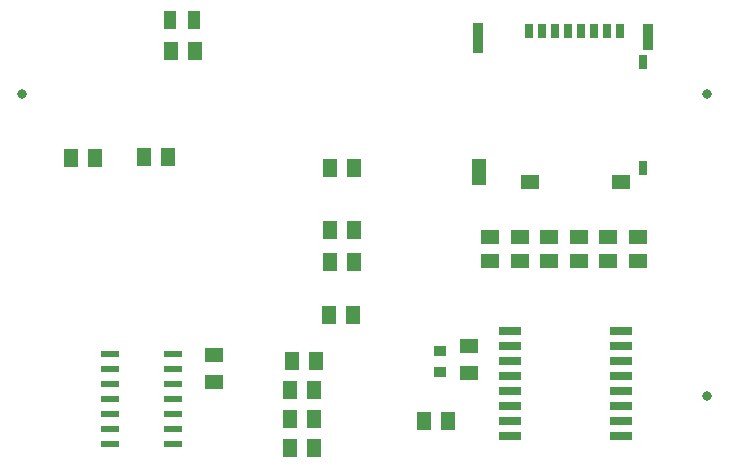
<source format=gtp>
G04*
G04 #@! TF.GenerationSoftware,Altium Limited,Altium Designer,18.1.7 (191)*
G04*
G04 Layer_Color=8421504*
%FSLAX25Y25*%
%MOIN*%
G70*
G01*
G75*
%ADD22R,0.03150X0.04882*%
%ADD23R,0.03150X0.04724*%
%ADD24R,0.04528X0.08661*%
%ADD25R,0.05906X0.04528*%
%ADD26R,0.03740X0.08661*%
%ADD27R,0.03740X0.09843*%
%ADD28R,0.07579X0.02756*%
%ADD29R,0.05906X0.02165*%
%ADD30R,0.05906X0.05118*%
%ADD31R,0.03937X0.03543*%
%ADD32R,0.04000X0.06000*%
%ADD33R,0.04724X0.06000*%
%ADD34R,0.06000X0.04724*%
%ADD35C,0.03200*%
D22*
X217677Y146250D02*
D03*
X197047Y156604D02*
D03*
X201378D02*
D03*
X205709D02*
D03*
X210039D02*
D03*
X192717D02*
D03*
X188386D02*
D03*
X184055D02*
D03*
X179724D02*
D03*
D23*
X217677Y110817D02*
D03*
D24*
X163012Y109518D02*
D03*
D25*
X210591Y106388D02*
D03*
X179961D02*
D03*
D26*
X219272Y154715D02*
D03*
D27*
X162618Y154124D02*
D03*
D28*
X210579Y56476D02*
D03*
Y51476D02*
D03*
Y46476D02*
D03*
Y41476D02*
D03*
Y36476D02*
D03*
Y31476D02*
D03*
Y26476D02*
D03*
Y21476D02*
D03*
X173476D02*
D03*
Y26476D02*
D03*
Y31476D02*
D03*
Y36476D02*
D03*
Y41476D02*
D03*
Y46476D02*
D03*
Y51476D02*
D03*
Y56476D02*
D03*
D29*
X61221Y19055D02*
D03*
Y24055D02*
D03*
Y29055D02*
D03*
Y34055D02*
D03*
Y39055D02*
D03*
Y44055D02*
D03*
Y49055D02*
D03*
X39961Y19055D02*
D03*
Y24055D02*
D03*
Y29055D02*
D03*
Y34055D02*
D03*
Y39055D02*
D03*
Y44055D02*
D03*
Y49055D02*
D03*
D30*
X159744Y51547D02*
D03*
Y42547D02*
D03*
X74606Y39595D02*
D03*
Y48594D02*
D03*
D31*
X150098Y49976D02*
D03*
Y42976D02*
D03*
D32*
X68138Y160335D02*
D03*
X60138D02*
D03*
D33*
X68272Y150000D02*
D03*
X60272D02*
D03*
X121421Y110827D02*
D03*
X113421D02*
D03*
Y90108D02*
D03*
X121421D02*
D03*
X121224Y61909D02*
D03*
X113224D02*
D03*
X113421Y79651D02*
D03*
X121421D02*
D03*
X108134Y37008D02*
D03*
X100134D02*
D03*
X100724Y46654D02*
D03*
X108724D02*
D03*
X107937Y27362D02*
D03*
X99937D02*
D03*
Y17618D02*
D03*
X107937D02*
D03*
X35100Y114202D02*
D03*
X27100D02*
D03*
X152917Y26476D02*
D03*
X144917D02*
D03*
X51315Y114567D02*
D03*
X59315D02*
D03*
D34*
X216142Y88055D02*
D03*
Y80055D02*
D03*
X206260D02*
D03*
Y88055D02*
D03*
X196378D02*
D03*
Y80055D02*
D03*
X186496D02*
D03*
Y88055D02*
D03*
X176614D02*
D03*
Y80055D02*
D03*
X166732D02*
D03*
Y88055D02*
D03*
D35*
X10827Y135728D02*
D03*
X239173D02*
D03*
Y34928D02*
D03*
M02*

</source>
